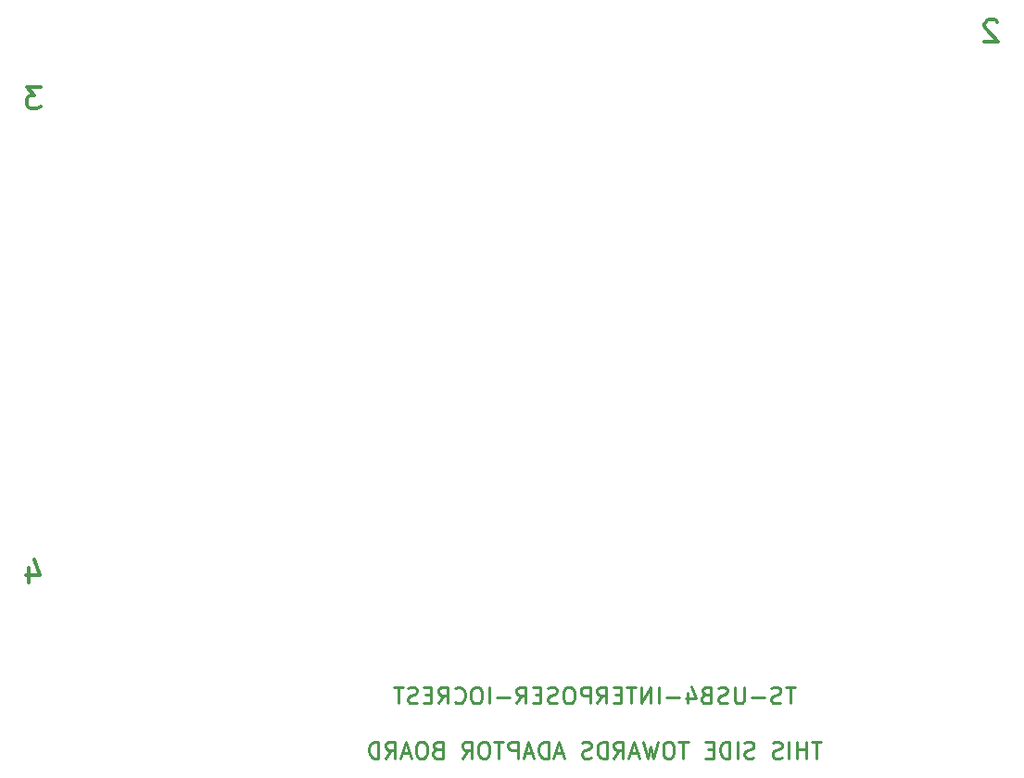
<source format=gbr>
%TF.GenerationSoftware,KiCad,Pcbnew,9.0.0*%
%TF.CreationDate,2025-03-18T20:53:07-04:00*%
%TF.ProjectId,Interposer_Board_IOCrest,496e7465-7270-46f7-9365-725f426f6172,rev?*%
%TF.SameCoordinates,Original*%
%TF.FileFunction,Legend,Bot*%
%TF.FilePolarity,Positive*%
%FSLAX46Y46*%
G04 Gerber Fmt 4.6, Leading zero omitted, Abs format (unit mm)*
G04 Created by KiCad (PCBNEW 9.0.0) date 2025-03-18 20:53:07*
%MOMM*%
%LPD*%
G01*
G04 APERTURE LIST*
%ADD10C,0.300000*%
%ADD11C,0.250000*%
G04 APERTURE END LIST*
D10*
X167822528Y-46623714D02*
X167727290Y-46528476D01*
X167727290Y-46528476D02*
X167536814Y-46433238D01*
X167536814Y-46433238D02*
X167060623Y-46433238D01*
X167060623Y-46433238D02*
X166870147Y-46528476D01*
X166870147Y-46528476D02*
X166774909Y-46623714D01*
X166774909Y-46623714D02*
X166679671Y-46814190D01*
X166679671Y-46814190D02*
X166679671Y-47004666D01*
X166679671Y-47004666D02*
X166774909Y-47290380D01*
X166774909Y-47290380D02*
X167917766Y-48433238D01*
X167917766Y-48433238D02*
X166679671Y-48433238D01*
D11*
X149347528Y-107432028D02*
X148490386Y-107432028D01*
X148918957Y-108932028D02*
X148918957Y-107432028D01*
X148061814Y-108860600D02*
X147847529Y-108932028D01*
X147847529Y-108932028D02*
X147490386Y-108932028D01*
X147490386Y-108932028D02*
X147347529Y-108860600D01*
X147347529Y-108860600D02*
X147276100Y-108789171D01*
X147276100Y-108789171D02*
X147204671Y-108646314D01*
X147204671Y-108646314D02*
X147204671Y-108503457D01*
X147204671Y-108503457D02*
X147276100Y-108360600D01*
X147276100Y-108360600D02*
X147347529Y-108289171D01*
X147347529Y-108289171D02*
X147490386Y-108217742D01*
X147490386Y-108217742D02*
X147776100Y-108146314D01*
X147776100Y-108146314D02*
X147918957Y-108074885D01*
X147918957Y-108074885D02*
X147990386Y-108003457D01*
X147990386Y-108003457D02*
X148061814Y-107860600D01*
X148061814Y-107860600D02*
X148061814Y-107717742D01*
X148061814Y-107717742D02*
X147990386Y-107574885D01*
X147990386Y-107574885D02*
X147918957Y-107503457D01*
X147918957Y-107503457D02*
X147776100Y-107432028D01*
X147776100Y-107432028D02*
X147418957Y-107432028D01*
X147418957Y-107432028D02*
X147204671Y-107503457D01*
X146561815Y-108360600D02*
X145418958Y-108360600D01*
X144704672Y-107432028D02*
X144704672Y-108646314D01*
X144704672Y-108646314D02*
X144633243Y-108789171D01*
X144633243Y-108789171D02*
X144561815Y-108860600D01*
X144561815Y-108860600D02*
X144418957Y-108932028D01*
X144418957Y-108932028D02*
X144133243Y-108932028D01*
X144133243Y-108932028D02*
X143990386Y-108860600D01*
X143990386Y-108860600D02*
X143918957Y-108789171D01*
X143918957Y-108789171D02*
X143847529Y-108646314D01*
X143847529Y-108646314D02*
X143847529Y-107432028D01*
X143204671Y-108860600D02*
X142990386Y-108932028D01*
X142990386Y-108932028D02*
X142633243Y-108932028D01*
X142633243Y-108932028D02*
X142490386Y-108860600D01*
X142490386Y-108860600D02*
X142418957Y-108789171D01*
X142418957Y-108789171D02*
X142347528Y-108646314D01*
X142347528Y-108646314D02*
X142347528Y-108503457D01*
X142347528Y-108503457D02*
X142418957Y-108360600D01*
X142418957Y-108360600D02*
X142490386Y-108289171D01*
X142490386Y-108289171D02*
X142633243Y-108217742D01*
X142633243Y-108217742D02*
X142918957Y-108146314D01*
X142918957Y-108146314D02*
X143061814Y-108074885D01*
X143061814Y-108074885D02*
X143133243Y-108003457D01*
X143133243Y-108003457D02*
X143204671Y-107860600D01*
X143204671Y-107860600D02*
X143204671Y-107717742D01*
X143204671Y-107717742D02*
X143133243Y-107574885D01*
X143133243Y-107574885D02*
X143061814Y-107503457D01*
X143061814Y-107503457D02*
X142918957Y-107432028D01*
X142918957Y-107432028D02*
X142561814Y-107432028D01*
X142561814Y-107432028D02*
X142347528Y-107503457D01*
X141204672Y-108146314D02*
X140990386Y-108217742D01*
X140990386Y-108217742D02*
X140918957Y-108289171D01*
X140918957Y-108289171D02*
X140847529Y-108432028D01*
X140847529Y-108432028D02*
X140847529Y-108646314D01*
X140847529Y-108646314D02*
X140918957Y-108789171D01*
X140918957Y-108789171D02*
X140990386Y-108860600D01*
X140990386Y-108860600D02*
X141133243Y-108932028D01*
X141133243Y-108932028D02*
X141704672Y-108932028D01*
X141704672Y-108932028D02*
X141704672Y-107432028D01*
X141704672Y-107432028D02*
X141204672Y-107432028D01*
X141204672Y-107432028D02*
X141061815Y-107503457D01*
X141061815Y-107503457D02*
X140990386Y-107574885D01*
X140990386Y-107574885D02*
X140918957Y-107717742D01*
X140918957Y-107717742D02*
X140918957Y-107860600D01*
X140918957Y-107860600D02*
X140990386Y-108003457D01*
X140990386Y-108003457D02*
X141061815Y-108074885D01*
X141061815Y-108074885D02*
X141204672Y-108146314D01*
X141204672Y-108146314D02*
X141704672Y-108146314D01*
X139561815Y-107932028D02*
X139561815Y-108932028D01*
X139918957Y-107360600D02*
X140276100Y-108432028D01*
X140276100Y-108432028D02*
X139347529Y-108432028D01*
X138776101Y-108360600D02*
X137633244Y-108360600D01*
X136918958Y-108932028D02*
X136918958Y-107432028D01*
X136204672Y-108932028D02*
X136204672Y-107432028D01*
X136204672Y-107432028D02*
X135347529Y-108932028D01*
X135347529Y-108932028D02*
X135347529Y-107432028D01*
X134847528Y-107432028D02*
X133990386Y-107432028D01*
X134418957Y-108932028D02*
X134418957Y-107432028D01*
X133490386Y-108146314D02*
X132990386Y-108146314D01*
X132776100Y-108932028D02*
X133490386Y-108932028D01*
X133490386Y-108932028D02*
X133490386Y-107432028D01*
X133490386Y-107432028D02*
X132776100Y-107432028D01*
X131276100Y-108932028D02*
X131776100Y-108217742D01*
X132133243Y-108932028D02*
X132133243Y-107432028D01*
X132133243Y-107432028D02*
X131561814Y-107432028D01*
X131561814Y-107432028D02*
X131418957Y-107503457D01*
X131418957Y-107503457D02*
X131347528Y-107574885D01*
X131347528Y-107574885D02*
X131276100Y-107717742D01*
X131276100Y-107717742D02*
X131276100Y-107932028D01*
X131276100Y-107932028D02*
X131347528Y-108074885D01*
X131347528Y-108074885D02*
X131418957Y-108146314D01*
X131418957Y-108146314D02*
X131561814Y-108217742D01*
X131561814Y-108217742D02*
X132133243Y-108217742D01*
X130633243Y-108932028D02*
X130633243Y-107432028D01*
X130633243Y-107432028D02*
X130061814Y-107432028D01*
X130061814Y-107432028D02*
X129918957Y-107503457D01*
X129918957Y-107503457D02*
X129847528Y-107574885D01*
X129847528Y-107574885D02*
X129776100Y-107717742D01*
X129776100Y-107717742D02*
X129776100Y-107932028D01*
X129776100Y-107932028D02*
X129847528Y-108074885D01*
X129847528Y-108074885D02*
X129918957Y-108146314D01*
X129918957Y-108146314D02*
X130061814Y-108217742D01*
X130061814Y-108217742D02*
X130633243Y-108217742D01*
X128847528Y-107432028D02*
X128561814Y-107432028D01*
X128561814Y-107432028D02*
X128418957Y-107503457D01*
X128418957Y-107503457D02*
X128276100Y-107646314D01*
X128276100Y-107646314D02*
X128204671Y-107932028D01*
X128204671Y-107932028D02*
X128204671Y-108432028D01*
X128204671Y-108432028D02*
X128276100Y-108717742D01*
X128276100Y-108717742D02*
X128418957Y-108860600D01*
X128418957Y-108860600D02*
X128561814Y-108932028D01*
X128561814Y-108932028D02*
X128847528Y-108932028D01*
X128847528Y-108932028D02*
X128990386Y-108860600D01*
X128990386Y-108860600D02*
X129133243Y-108717742D01*
X129133243Y-108717742D02*
X129204671Y-108432028D01*
X129204671Y-108432028D02*
X129204671Y-107932028D01*
X129204671Y-107932028D02*
X129133243Y-107646314D01*
X129133243Y-107646314D02*
X128990386Y-107503457D01*
X128990386Y-107503457D02*
X128847528Y-107432028D01*
X127633242Y-108860600D02*
X127418957Y-108932028D01*
X127418957Y-108932028D02*
X127061814Y-108932028D01*
X127061814Y-108932028D02*
X126918957Y-108860600D01*
X126918957Y-108860600D02*
X126847528Y-108789171D01*
X126847528Y-108789171D02*
X126776099Y-108646314D01*
X126776099Y-108646314D02*
X126776099Y-108503457D01*
X126776099Y-108503457D02*
X126847528Y-108360600D01*
X126847528Y-108360600D02*
X126918957Y-108289171D01*
X126918957Y-108289171D02*
X127061814Y-108217742D01*
X127061814Y-108217742D02*
X127347528Y-108146314D01*
X127347528Y-108146314D02*
X127490385Y-108074885D01*
X127490385Y-108074885D02*
X127561814Y-108003457D01*
X127561814Y-108003457D02*
X127633242Y-107860600D01*
X127633242Y-107860600D02*
X127633242Y-107717742D01*
X127633242Y-107717742D02*
X127561814Y-107574885D01*
X127561814Y-107574885D02*
X127490385Y-107503457D01*
X127490385Y-107503457D02*
X127347528Y-107432028D01*
X127347528Y-107432028D02*
X126990385Y-107432028D01*
X126990385Y-107432028D02*
X126776099Y-107503457D01*
X126133243Y-108146314D02*
X125633243Y-108146314D01*
X125418957Y-108932028D02*
X126133243Y-108932028D01*
X126133243Y-108932028D02*
X126133243Y-107432028D01*
X126133243Y-107432028D02*
X125418957Y-107432028D01*
X123918957Y-108932028D02*
X124418957Y-108217742D01*
X124776100Y-108932028D02*
X124776100Y-107432028D01*
X124776100Y-107432028D02*
X124204671Y-107432028D01*
X124204671Y-107432028D02*
X124061814Y-107503457D01*
X124061814Y-107503457D02*
X123990385Y-107574885D01*
X123990385Y-107574885D02*
X123918957Y-107717742D01*
X123918957Y-107717742D02*
X123918957Y-107932028D01*
X123918957Y-107932028D02*
X123990385Y-108074885D01*
X123990385Y-108074885D02*
X124061814Y-108146314D01*
X124061814Y-108146314D02*
X124204671Y-108217742D01*
X124204671Y-108217742D02*
X124776100Y-108217742D01*
X123276100Y-108360600D02*
X122133243Y-108360600D01*
X121418957Y-108932028D02*
X121418957Y-107432028D01*
X120418956Y-107432028D02*
X120133242Y-107432028D01*
X120133242Y-107432028D02*
X119990385Y-107503457D01*
X119990385Y-107503457D02*
X119847528Y-107646314D01*
X119847528Y-107646314D02*
X119776099Y-107932028D01*
X119776099Y-107932028D02*
X119776099Y-108432028D01*
X119776099Y-108432028D02*
X119847528Y-108717742D01*
X119847528Y-108717742D02*
X119990385Y-108860600D01*
X119990385Y-108860600D02*
X120133242Y-108932028D01*
X120133242Y-108932028D02*
X120418956Y-108932028D01*
X120418956Y-108932028D02*
X120561814Y-108860600D01*
X120561814Y-108860600D02*
X120704671Y-108717742D01*
X120704671Y-108717742D02*
X120776099Y-108432028D01*
X120776099Y-108432028D02*
X120776099Y-107932028D01*
X120776099Y-107932028D02*
X120704671Y-107646314D01*
X120704671Y-107646314D02*
X120561814Y-107503457D01*
X120561814Y-107503457D02*
X120418956Y-107432028D01*
X118276099Y-108789171D02*
X118347527Y-108860600D01*
X118347527Y-108860600D02*
X118561813Y-108932028D01*
X118561813Y-108932028D02*
X118704670Y-108932028D01*
X118704670Y-108932028D02*
X118918956Y-108860600D01*
X118918956Y-108860600D02*
X119061813Y-108717742D01*
X119061813Y-108717742D02*
X119133242Y-108574885D01*
X119133242Y-108574885D02*
X119204670Y-108289171D01*
X119204670Y-108289171D02*
X119204670Y-108074885D01*
X119204670Y-108074885D02*
X119133242Y-107789171D01*
X119133242Y-107789171D02*
X119061813Y-107646314D01*
X119061813Y-107646314D02*
X118918956Y-107503457D01*
X118918956Y-107503457D02*
X118704670Y-107432028D01*
X118704670Y-107432028D02*
X118561813Y-107432028D01*
X118561813Y-107432028D02*
X118347527Y-107503457D01*
X118347527Y-107503457D02*
X118276099Y-107574885D01*
X116776099Y-108932028D02*
X117276099Y-108217742D01*
X117633242Y-108932028D02*
X117633242Y-107432028D01*
X117633242Y-107432028D02*
X117061813Y-107432028D01*
X117061813Y-107432028D02*
X116918956Y-107503457D01*
X116918956Y-107503457D02*
X116847527Y-107574885D01*
X116847527Y-107574885D02*
X116776099Y-107717742D01*
X116776099Y-107717742D02*
X116776099Y-107932028D01*
X116776099Y-107932028D02*
X116847527Y-108074885D01*
X116847527Y-108074885D02*
X116918956Y-108146314D01*
X116918956Y-108146314D02*
X117061813Y-108217742D01*
X117061813Y-108217742D02*
X117633242Y-108217742D01*
X116133242Y-108146314D02*
X115633242Y-108146314D01*
X115418956Y-108932028D02*
X116133242Y-108932028D01*
X116133242Y-108932028D02*
X116133242Y-107432028D01*
X116133242Y-107432028D02*
X115418956Y-107432028D01*
X114847527Y-108860600D02*
X114633242Y-108932028D01*
X114633242Y-108932028D02*
X114276099Y-108932028D01*
X114276099Y-108932028D02*
X114133242Y-108860600D01*
X114133242Y-108860600D02*
X114061813Y-108789171D01*
X114061813Y-108789171D02*
X113990384Y-108646314D01*
X113990384Y-108646314D02*
X113990384Y-108503457D01*
X113990384Y-108503457D02*
X114061813Y-108360600D01*
X114061813Y-108360600D02*
X114133242Y-108289171D01*
X114133242Y-108289171D02*
X114276099Y-108217742D01*
X114276099Y-108217742D02*
X114561813Y-108146314D01*
X114561813Y-108146314D02*
X114704670Y-108074885D01*
X114704670Y-108074885D02*
X114776099Y-108003457D01*
X114776099Y-108003457D02*
X114847527Y-107860600D01*
X114847527Y-107860600D02*
X114847527Y-107717742D01*
X114847527Y-107717742D02*
X114776099Y-107574885D01*
X114776099Y-107574885D02*
X114704670Y-107503457D01*
X114704670Y-107503457D02*
X114561813Y-107432028D01*
X114561813Y-107432028D02*
X114204670Y-107432028D01*
X114204670Y-107432028D02*
X113990384Y-107503457D01*
X113561813Y-107432028D02*
X112704671Y-107432028D01*
X113133242Y-108932028D02*
X113133242Y-107432028D01*
D10*
X79395147Y-96524904D02*
X79395147Y-97858238D01*
X79871338Y-95763000D02*
X80347528Y-97191571D01*
X80347528Y-97191571D02*
X79109433Y-97191571D01*
D11*
X151740384Y-112432028D02*
X150883242Y-112432028D01*
X151311813Y-113932028D02*
X151311813Y-112432028D01*
X150383242Y-113932028D02*
X150383242Y-112432028D01*
X150383242Y-113146314D02*
X149526099Y-113146314D01*
X149526099Y-113932028D02*
X149526099Y-112432028D01*
X148811813Y-113932028D02*
X148811813Y-112432028D01*
X148168955Y-113860600D02*
X147954670Y-113932028D01*
X147954670Y-113932028D02*
X147597527Y-113932028D01*
X147597527Y-113932028D02*
X147454670Y-113860600D01*
X147454670Y-113860600D02*
X147383241Y-113789171D01*
X147383241Y-113789171D02*
X147311812Y-113646314D01*
X147311812Y-113646314D02*
X147311812Y-113503457D01*
X147311812Y-113503457D02*
X147383241Y-113360600D01*
X147383241Y-113360600D02*
X147454670Y-113289171D01*
X147454670Y-113289171D02*
X147597527Y-113217742D01*
X147597527Y-113217742D02*
X147883241Y-113146314D01*
X147883241Y-113146314D02*
X148026098Y-113074885D01*
X148026098Y-113074885D02*
X148097527Y-113003457D01*
X148097527Y-113003457D02*
X148168955Y-112860600D01*
X148168955Y-112860600D02*
X148168955Y-112717742D01*
X148168955Y-112717742D02*
X148097527Y-112574885D01*
X148097527Y-112574885D02*
X148026098Y-112503457D01*
X148026098Y-112503457D02*
X147883241Y-112432028D01*
X147883241Y-112432028D02*
X147526098Y-112432028D01*
X147526098Y-112432028D02*
X147311812Y-112503457D01*
X145597527Y-113860600D02*
X145383242Y-113932028D01*
X145383242Y-113932028D02*
X145026099Y-113932028D01*
X145026099Y-113932028D02*
X144883242Y-113860600D01*
X144883242Y-113860600D02*
X144811813Y-113789171D01*
X144811813Y-113789171D02*
X144740384Y-113646314D01*
X144740384Y-113646314D02*
X144740384Y-113503457D01*
X144740384Y-113503457D02*
X144811813Y-113360600D01*
X144811813Y-113360600D02*
X144883242Y-113289171D01*
X144883242Y-113289171D02*
X145026099Y-113217742D01*
X145026099Y-113217742D02*
X145311813Y-113146314D01*
X145311813Y-113146314D02*
X145454670Y-113074885D01*
X145454670Y-113074885D02*
X145526099Y-113003457D01*
X145526099Y-113003457D02*
X145597527Y-112860600D01*
X145597527Y-112860600D02*
X145597527Y-112717742D01*
X145597527Y-112717742D02*
X145526099Y-112574885D01*
X145526099Y-112574885D02*
X145454670Y-112503457D01*
X145454670Y-112503457D02*
X145311813Y-112432028D01*
X145311813Y-112432028D02*
X144954670Y-112432028D01*
X144954670Y-112432028D02*
X144740384Y-112503457D01*
X144097528Y-113932028D02*
X144097528Y-112432028D01*
X143383242Y-113932028D02*
X143383242Y-112432028D01*
X143383242Y-112432028D02*
X143026099Y-112432028D01*
X143026099Y-112432028D02*
X142811813Y-112503457D01*
X142811813Y-112503457D02*
X142668956Y-112646314D01*
X142668956Y-112646314D02*
X142597527Y-112789171D01*
X142597527Y-112789171D02*
X142526099Y-113074885D01*
X142526099Y-113074885D02*
X142526099Y-113289171D01*
X142526099Y-113289171D02*
X142597527Y-113574885D01*
X142597527Y-113574885D02*
X142668956Y-113717742D01*
X142668956Y-113717742D02*
X142811813Y-113860600D01*
X142811813Y-113860600D02*
X143026099Y-113932028D01*
X143026099Y-113932028D02*
X143383242Y-113932028D01*
X141883242Y-113146314D02*
X141383242Y-113146314D01*
X141168956Y-113932028D02*
X141883242Y-113932028D01*
X141883242Y-113932028D02*
X141883242Y-112432028D01*
X141883242Y-112432028D02*
X141168956Y-112432028D01*
X139597527Y-112432028D02*
X138740385Y-112432028D01*
X139168956Y-113932028D02*
X139168956Y-112432028D01*
X137954670Y-112432028D02*
X137668956Y-112432028D01*
X137668956Y-112432028D02*
X137526099Y-112503457D01*
X137526099Y-112503457D02*
X137383242Y-112646314D01*
X137383242Y-112646314D02*
X137311813Y-112932028D01*
X137311813Y-112932028D02*
X137311813Y-113432028D01*
X137311813Y-113432028D02*
X137383242Y-113717742D01*
X137383242Y-113717742D02*
X137526099Y-113860600D01*
X137526099Y-113860600D02*
X137668956Y-113932028D01*
X137668956Y-113932028D02*
X137954670Y-113932028D01*
X137954670Y-113932028D02*
X138097528Y-113860600D01*
X138097528Y-113860600D02*
X138240385Y-113717742D01*
X138240385Y-113717742D02*
X138311813Y-113432028D01*
X138311813Y-113432028D02*
X138311813Y-112932028D01*
X138311813Y-112932028D02*
X138240385Y-112646314D01*
X138240385Y-112646314D02*
X138097528Y-112503457D01*
X138097528Y-112503457D02*
X137954670Y-112432028D01*
X136811813Y-112432028D02*
X136454670Y-113932028D01*
X136454670Y-113932028D02*
X136168956Y-112860600D01*
X136168956Y-112860600D02*
X135883241Y-113932028D01*
X135883241Y-113932028D02*
X135526099Y-112432028D01*
X135026098Y-113503457D02*
X134311813Y-113503457D01*
X135168955Y-113932028D02*
X134668955Y-112432028D01*
X134668955Y-112432028D02*
X134168955Y-113932028D01*
X132811813Y-113932028D02*
X133311813Y-113217742D01*
X133668956Y-113932028D02*
X133668956Y-112432028D01*
X133668956Y-112432028D02*
X133097527Y-112432028D01*
X133097527Y-112432028D02*
X132954670Y-112503457D01*
X132954670Y-112503457D02*
X132883241Y-112574885D01*
X132883241Y-112574885D02*
X132811813Y-112717742D01*
X132811813Y-112717742D02*
X132811813Y-112932028D01*
X132811813Y-112932028D02*
X132883241Y-113074885D01*
X132883241Y-113074885D02*
X132954670Y-113146314D01*
X132954670Y-113146314D02*
X133097527Y-113217742D01*
X133097527Y-113217742D02*
X133668956Y-113217742D01*
X132168956Y-113932028D02*
X132168956Y-112432028D01*
X132168956Y-112432028D02*
X131811813Y-112432028D01*
X131811813Y-112432028D02*
X131597527Y-112503457D01*
X131597527Y-112503457D02*
X131454670Y-112646314D01*
X131454670Y-112646314D02*
X131383241Y-112789171D01*
X131383241Y-112789171D02*
X131311813Y-113074885D01*
X131311813Y-113074885D02*
X131311813Y-113289171D01*
X131311813Y-113289171D02*
X131383241Y-113574885D01*
X131383241Y-113574885D02*
X131454670Y-113717742D01*
X131454670Y-113717742D02*
X131597527Y-113860600D01*
X131597527Y-113860600D02*
X131811813Y-113932028D01*
X131811813Y-113932028D02*
X132168956Y-113932028D01*
X130740384Y-113860600D02*
X130526099Y-113932028D01*
X130526099Y-113932028D02*
X130168956Y-113932028D01*
X130168956Y-113932028D02*
X130026099Y-113860600D01*
X130026099Y-113860600D02*
X129954670Y-113789171D01*
X129954670Y-113789171D02*
X129883241Y-113646314D01*
X129883241Y-113646314D02*
X129883241Y-113503457D01*
X129883241Y-113503457D02*
X129954670Y-113360600D01*
X129954670Y-113360600D02*
X130026099Y-113289171D01*
X130026099Y-113289171D02*
X130168956Y-113217742D01*
X130168956Y-113217742D02*
X130454670Y-113146314D01*
X130454670Y-113146314D02*
X130597527Y-113074885D01*
X130597527Y-113074885D02*
X130668956Y-113003457D01*
X130668956Y-113003457D02*
X130740384Y-112860600D01*
X130740384Y-112860600D02*
X130740384Y-112717742D01*
X130740384Y-112717742D02*
X130668956Y-112574885D01*
X130668956Y-112574885D02*
X130597527Y-112503457D01*
X130597527Y-112503457D02*
X130454670Y-112432028D01*
X130454670Y-112432028D02*
X130097527Y-112432028D01*
X130097527Y-112432028D02*
X129883241Y-112503457D01*
X128168956Y-113503457D02*
X127454671Y-113503457D01*
X128311813Y-113932028D02*
X127811813Y-112432028D01*
X127811813Y-112432028D02*
X127311813Y-113932028D01*
X126811814Y-113932028D02*
X126811814Y-112432028D01*
X126811814Y-112432028D02*
X126454671Y-112432028D01*
X126454671Y-112432028D02*
X126240385Y-112503457D01*
X126240385Y-112503457D02*
X126097528Y-112646314D01*
X126097528Y-112646314D02*
X126026099Y-112789171D01*
X126026099Y-112789171D02*
X125954671Y-113074885D01*
X125954671Y-113074885D02*
X125954671Y-113289171D01*
X125954671Y-113289171D02*
X126026099Y-113574885D01*
X126026099Y-113574885D02*
X126097528Y-113717742D01*
X126097528Y-113717742D02*
X126240385Y-113860600D01*
X126240385Y-113860600D02*
X126454671Y-113932028D01*
X126454671Y-113932028D02*
X126811814Y-113932028D01*
X125383242Y-113503457D02*
X124668957Y-113503457D01*
X125526099Y-113932028D02*
X125026099Y-112432028D01*
X125026099Y-112432028D02*
X124526099Y-113932028D01*
X124026100Y-113932028D02*
X124026100Y-112432028D01*
X124026100Y-112432028D02*
X123454671Y-112432028D01*
X123454671Y-112432028D02*
X123311814Y-112503457D01*
X123311814Y-112503457D02*
X123240385Y-112574885D01*
X123240385Y-112574885D02*
X123168957Y-112717742D01*
X123168957Y-112717742D02*
X123168957Y-112932028D01*
X123168957Y-112932028D02*
X123240385Y-113074885D01*
X123240385Y-113074885D02*
X123311814Y-113146314D01*
X123311814Y-113146314D02*
X123454671Y-113217742D01*
X123454671Y-113217742D02*
X124026100Y-113217742D01*
X122740385Y-112432028D02*
X121883243Y-112432028D01*
X122311814Y-113932028D02*
X122311814Y-112432028D01*
X121097528Y-112432028D02*
X120811814Y-112432028D01*
X120811814Y-112432028D02*
X120668957Y-112503457D01*
X120668957Y-112503457D02*
X120526100Y-112646314D01*
X120526100Y-112646314D02*
X120454671Y-112932028D01*
X120454671Y-112932028D02*
X120454671Y-113432028D01*
X120454671Y-113432028D02*
X120526100Y-113717742D01*
X120526100Y-113717742D02*
X120668957Y-113860600D01*
X120668957Y-113860600D02*
X120811814Y-113932028D01*
X120811814Y-113932028D02*
X121097528Y-113932028D01*
X121097528Y-113932028D02*
X121240386Y-113860600D01*
X121240386Y-113860600D02*
X121383243Y-113717742D01*
X121383243Y-113717742D02*
X121454671Y-113432028D01*
X121454671Y-113432028D02*
X121454671Y-112932028D01*
X121454671Y-112932028D02*
X121383243Y-112646314D01*
X121383243Y-112646314D02*
X121240386Y-112503457D01*
X121240386Y-112503457D02*
X121097528Y-112432028D01*
X118954671Y-113932028D02*
X119454671Y-113217742D01*
X119811814Y-113932028D02*
X119811814Y-112432028D01*
X119811814Y-112432028D02*
X119240385Y-112432028D01*
X119240385Y-112432028D02*
X119097528Y-112503457D01*
X119097528Y-112503457D02*
X119026099Y-112574885D01*
X119026099Y-112574885D02*
X118954671Y-112717742D01*
X118954671Y-112717742D02*
X118954671Y-112932028D01*
X118954671Y-112932028D02*
X119026099Y-113074885D01*
X119026099Y-113074885D02*
X119097528Y-113146314D01*
X119097528Y-113146314D02*
X119240385Y-113217742D01*
X119240385Y-113217742D02*
X119811814Y-113217742D01*
X116668957Y-113146314D02*
X116454671Y-113217742D01*
X116454671Y-113217742D02*
X116383242Y-113289171D01*
X116383242Y-113289171D02*
X116311814Y-113432028D01*
X116311814Y-113432028D02*
X116311814Y-113646314D01*
X116311814Y-113646314D02*
X116383242Y-113789171D01*
X116383242Y-113789171D02*
X116454671Y-113860600D01*
X116454671Y-113860600D02*
X116597528Y-113932028D01*
X116597528Y-113932028D02*
X117168957Y-113932028D01*
X117168957Y-113932028D02*
X117168957Y-112432028D01*
X117168957Y-112432028D02*
X116668957Y-112432028D01*
X116668957Y-112432028D02*
X116526100Y-112503457D01*
X116526100Y-112503457D02*
X116454671Y-112574885D01*
X116454671Y-112574885D02*
X116383242Y-112717742D01*
X116383242Y-112717742D02*
X116383242Y-112860600D01*
X116383242Y-112860600D02*
X116454671Y-113003457D01*
X116454671Y-113003457D02*
X116526100Y-113074885D01*
X116526100Y-113074885D02*
X116668957Y-113146314D01*
X116668957Y-113146314D02*
X117168957Y-113146314D01*
X115383242Y-112432028D02*
X115097528Y-112432028D01*
X115097528Y-112432028D02*
X114954671Y-112503457D01*
X114954671Y-112503457D02*
X114811814Y-112646314D01*
X114811814Y-112646314D02*
X114740385Y-112932028D01*
X114740385Y-112932028D02*
X114740385Y-113432028D01*
X114740385Y-113432028D02*
X114811814Y-113717742D01*
X114811814Y-113717742D02*
X114954671Y-113860600D01*
X114954671Y-113860600D02*
X115097528Y-113932028D01*
X115097528Y-113932028D02*
X115383242Y-113932028D01*
X115383242Y-113932028D02*
X115526100Y-113860600D01*
X115526100Y-113860600D02*
X115668957Y-113717742D01*
X115668957Y-113717742D02*
X115740385Y-113432028D01*
X115740385Y-113432028D02*
X115740385Y-112932028D01*
X115740385Y-112932028D02*
X115668957Y-112646314D01*
X115668957Y-112646314D02*
X115526100Y-112503457D01*
X115526100Y-112503457D02*
X115383242Y-112432028D01*
X114168956Y-113503457D02*
X113454671Y-113503457D01*
X114311813Y-113932028D02*
X113811813Y-112432028D01*
X113811813Y-112432028D02*
X113311813Y-113932028D01*
X111954671Y-113932028D02*
X112454671Y-113217742D01*
X112811814Y-113932028D02*
X112811814Y-112432028D01*
X112811814Y-112432028D02*
X112240385Y-112432028D01*
X112240385Y-112432028D02*
X112097528Y-112503457D01*
X112097528Y-112503457D02*
X112026099Y-112574885D01*
X112026099Y-112574885D02*
X111954671Y-112717742D01*
X111954671Y-112717742D02*
X111954671Y-112932028D01*
X111954671Y-112932028D02*
X112026099Y-113074885D01*
X112026099Y-113074885D02*
X112097528Y-113146314D01*
X112097528Y-113146314D02*
X112240385Y-113217742D01*
X112240385Y-113217742D02*
X112811814Y-113217742D01*
X111311814Y-113932028D02*
X111311814Y-112432028D01*
X111311814Y-112432028D02*
X110954671Y-112432028D01*
X110954671Y-112432028D02*
X110740385Y-112503457D01*
X110740385Y-112503457D02*
X110597528Y-112646314D01*
X110597528Y-112646314D02*
X110526099Y-112789171D01*
X110526099Y-112789171D02*
X110454671Y-113074885D01*
X110454671Y-113074885D02*
X110454671Y-113289171D01*
X110454671Y-113289171D02*
X110526099Y-113574885D01*
X110526099Y-113574885D02*
X110597528Y-113717742D01*
X110597528Y-113717742D02*
X110740385Y-113860600D01*
X110740385Y-113860600D02*
X110954671Y-113932028D01*
X110954671Y-113932028D02*
X111311814Y-113932028D01*
D10*
X80417766Y-52558238D02*
X79179671Y-52558238D01*
X79179671Y-52558238D02*
X79846338Y-53320142D01*
X79846338Y-53320142D02*
X79560623Y-53320142D01*
X79560623Y-53320142D02*
X79370147Y-53415380D01*
X79370147Y-53415380D02*
X79274909Y-53510619D01*
X79274909Y-53510619D02*
X79179671Y-53701095D01*
X79179671Y-53701095D02*
X79179671Y-54177285D01*
X79179671Y-54177285D02*
X79274909Y-54367761D01*
X79274909Y-54367761D02*
X79370147Y-54463000D01*
X79370147Y-54463000D02*
X79560623Y-54558238D01*
X79560623Y-54558238D02*
X80132052Y-54558238D01*
X80132052Y-54558238D02*
X80322528Y-54463000D01*
X80322528Y-54463000D02*
X80417766Y-54367761D01*
M02*

</source>
